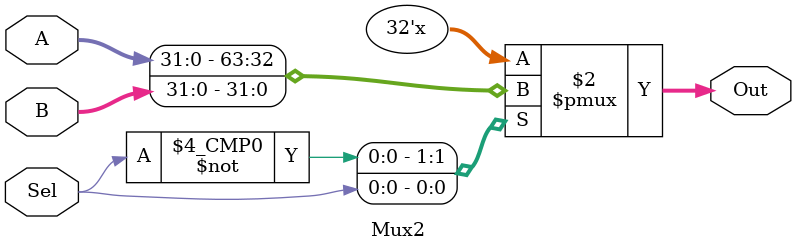
<source format=v>
module Mux2 #(parameter WIDTH = 32) (Sel, A, B, Out);
  input Sel;
  input [WIDTH-1:0] A,B;
  output reg [WIDTH-1:0] Out;

  always @(*)
    case(Sel)
      1'b0 : Out = A;
      1'b1 : Out = B; 
    endcase
endmodule
</source>
